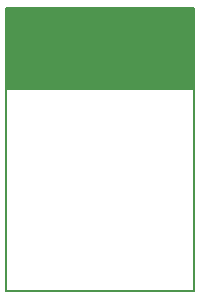
<source format=gm1>
G04*
G04 #@! TF.GenerationSoftware,Altium Limited,Altium Designer,18.1.7 (191)*
G04*
G04 Layer_Color=16711935*
%FSLAX25Y25*%
%MOIN*%
G70*
G01*
G75*
%ADD11C,0.00500*%
G36*
X230524Y460943D02*
X167496D01*
Y488465D01*
X230524D01*
Y460943D01*
D02*
G37*
D11*
X167532Y393976D02*
Y488465D01*
Y393976D02*
X230524D01*
Y488465D01*
X167532D02*
X230524D01*
M02*

</source>
